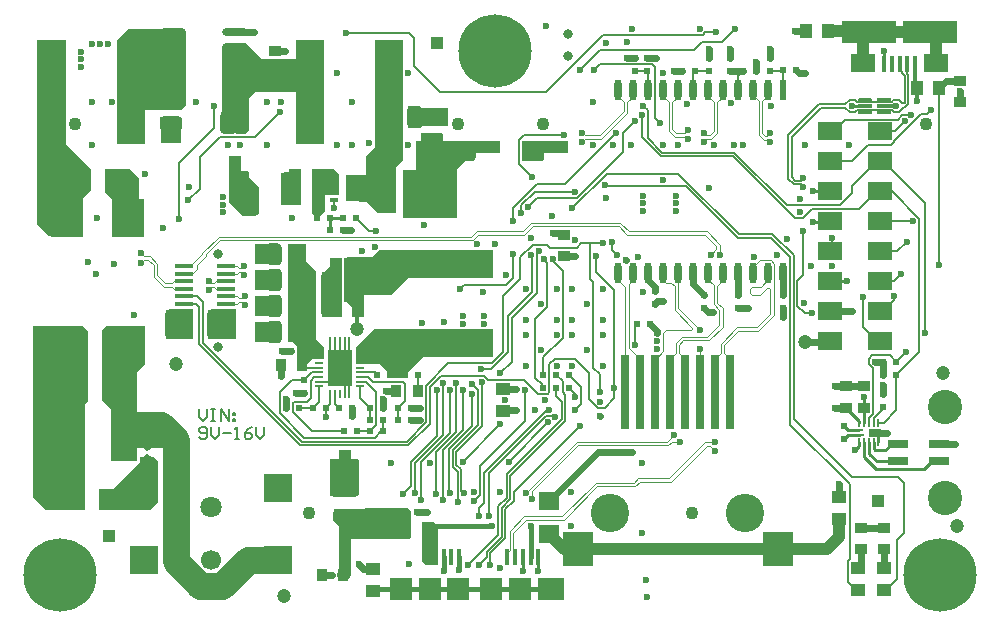
<source format=gtl>
G04 Layer_Physical_Order=1*
G04 Layer_Color=255*
%FSLAX44Y44*%
%MOMM*%
G71*
G01*
G75*
%ADD10R,1.3000X1.0000*%
%ADD11R,1.0000X0.9000*%
%ADD12R,0.6000X0.6000*%
%ADD13R,1.0000X1.3000*%
%ADD14R,2.1000X1.6000*%
%ADD15R,0.4000X1.3500*%
%ADD16R,4.6500X1.9000*%
%ADD17R,2.0000X1.5200*%
%ADD18R,2.4000X2.4000*%
%ADD19R,0.7600X6.3500*%
%ADD20R,2.5400X2.9400*%
%ADD21R,2.2000X3.2000*%
%ADD22R,1.6000X1.8000*%
%ADD23R,1.1500X1.4500*%
%ADD24R,4.6500X4.1500*%
%ADD25R,1.8000X1.6000*%
%ADD26R,1.6000X2.7000*%
%ADD27R,0.6000X0.6000*%
%ADD28R,2.7000X3.2000*%
%ADD29R,2.4000X8.9000*%
%ADD30R,2.2000X0.6000*%
%ADD31O,2.2000X0.6000*%
%ADD32R,1.8000X0.8000*%
%ADD33R,2.1000X3.1000*%
%ADD34R,0.2000X0.8000*%
%ADD35R,0.8000X0.2000*%
%ADD36O,0.8000X0.2000*%
%ADD37R,0.9000X1.0000*%
%ADD38R,1.0000X4.0000*%
%ADD39R,1.0000X1.0000*%
%ADD40R,1.1600X0.3000*%
G04:AMPARAMS|DCode=41|XSize=1.16mm|YSize=0.3mm|CornerRadius=0.075mm|HoleSize=0mm|Usage=FLASHONLY|Rotation=0.000|XOffset=0mm|YOffset=0mm|HoleType=Round|Shape=RoundedRectangle|*
%AMROUNDEDRECTD41*
21,1,1.1600,0.1500,0,0,0.0*
21,1,1.0100,0.3000,0,0,0.0*
1,1,0.1500,0.5050,-0.0750*
1,1,0.1500,-0.5050,-0.0750*
1,1,0.1500,-0.5050,0.0750*
1,1,0.1500,0.5050,0.0750*
%
%ADD41ROUNDEDRECTD41*%
%ADD42R,8.9000X2.4000*%
%ADD43R,1.6000X0.4000*%
%ADD44R,1.6000X0.4000*%
%ADD45R,0.6000X1.8000*%
%ADD46O,0.6000X1.8000*%
%ADD47R,4.0000X1.0000*%
%ADD48R,2.7000X1.6000*%
%ADD49R,1.7100X2.2900*%
%ADD50R,1.3000X0.3400*%
%ADD51R,0.8000X0.3400*%
%ADD52R,1.2700X1.1430*%
%ADD53R,2.3000X1.9000*%
%ADD54R,0.4000X1.4000*%
%ADD55R,1.9000X1.9000*%
%ADD56R,0.2500X0.6400*%
%ADD57R,0.6400X0.2500*%
%ADD58R,0.7400X0.2500*%
%ADD59R,1.1000X0.7000*%
%ADD60C,0.6000*%
%ADD61C,0.1500*%
%ADD62C,0.1250*%
%ADD63C,0.2000*%
%ADD64C,0.2500*%
%ADD65C,1.0000*%
%ADD66C,2.3000*%
%ADD67C,0.3000*%
%ADD68C,0.4000*%
%ADD69R,1.0000X1.0000*%
%ADD70C,1.2000*%
%ADD71C,0.8000*%
%ADD72C,6.2000*%
%ADD73C,1.1000*%
%ADD74C,2.9000*%
%ADD75C,1.7000*%
%ADD76C,1.8000*%
%ADD77C,3.2500*%
%ADD78C,0.6000*%
G36*
X140000Y252500D02*
Y227000D01*
X119000D01*
X116000Y230000D01*
X116000Y249500D01*
X119000Y252500D01*
X140000Y252500D01*
D02*
G37*
G36*
X215000Y239500D02*
Y226500D01*
X212000Y223500D01*
X204500D01*
X200000Y228000D01*
Y238000D01*
X204500Y242500D01*
X212000D01*
X215000Y239500D01*
D02*
G37*
G36*
X243500Y284500D02*
Y227000D01*
X250500Y220000D01*
Y210000D01*
X240500D01*
X235500Y205000D01*
X231000D01*
X227500Y208500D01*
Y221000D01*
X220000Y228500D01*
Y308000D01*
X243500Y284500D01*
D02*
G37*
G36*
X176000Y252500D02*
Y227000D01*
X155000D01*
X152000Y230000D01*
X152000Y249500D01*
X155000Y252500D01*
X176000Y252500D01*
D02*
G37*
G36*
X321500Y279000D02*
X307000Y264500D01*
X284500D01*
X284500Y252000D01*
X276498Y252000D01*
X267500Y261000D01*
X267500Y293500D01*
X270500Y296500D01*
X291500D01*
X297500Y302500D01*
X321500D01*
Y279000D01*
D02*
G37*
G36*
X265500Y252000D02*
X259000Y245500D01*
X251500D01*
X248500Y248500D01*
X248500Y281000D01*
X257498Y290000D01*
X265500Y290000D01*
X265500Y252000D01*
D02*
G37*
G36*
X215000Y261500D02*
Y248500D01*
X212000Y245500D01*
X204500D01*
X200000Y250000D01*
Y260000D01*
X204500Y264500D01*
X212000D01*
X215000Y261500D01*
D02*
G37*
G36*
X51000Y234000D02*
Y175000D01*
X48000Y172000D01*
Y82000D01*
X15000D01*
X4000Y93000D01*
Y238000D01*
X47000D01*
X51000Y234000D01*
D02*
G37*
G36*
X324500Y81000D02*
Y59500D01*
X323000Y58000D01*
X272500D01*
Y68500D01*
X263000D01*
X258500Y73000D01*
Y80500D01*
X261500Y83500D01*
X285000D01*
X285500Y84000D01*
X321500D01*
X324500Y81000D01*
D02*
G37*
G36*
X347500Y68500D02*
Y35500D01*
X337000Y35500D01*
X333500Y39000D01*
X333500Y72500D01*
X343500D01*
X347500Y68500D01*
D02*
G37*
G36*
X104857Y127000D02*
X107000D01*
X110000Y124000D01*
Y89000D01*
X103000Y82000D01*
X60000D01*
Y100000D01*
X72000D01*
X95000Y123000D01*
Y127000D01*
X97143D01*
X101000Y130000D01*
X104857Y127000D01*
D02*
G37*
G36*
X334500Y222000D02*
Y211500D01*
X317000Y194000D01*
X309500D01*
X297500Y206000D01*
X277500D01*
Y220000D01*
X293000Y235500D01*
X321000D01*
X334500Y222000D01*
D02*
G37*
G36*
X99000Y238000D02*
Y206000D01*
X92000Y199000D01*
Y149000D01*
X95000Y146000D01*
X118000D01*
Y135000D01*
X104857D01*
X101000Y132000D01*
X97143Y135000D01*
X92000D01*
Y124000D01*
X70000D01*
Y168000D01*
X63000Y175000D01*
X63000Y235000D01*
X66000Y238000D01*
X99000Y238000D01*
D02*
G37*
G36*
X277500Y126000D02*
X280500Y123000D01*
X280500Y96500D01*
X277499Y93499D01*
X258500Y93501D01*
X255500Y96499D01*
X255500Y123000D01*
X258500Y126000D01*
X277500Y126000D01*
D02*
G37*
G36*
X437000Y388000D02*
Y380500D01*
X434000Y377500D01*
X421000D01*
X418000Y380500D01*
Y388000D01*
X422500Y392500D01*
X432500D01*
X437000Y388000D01*
D02*
G37*
G36*
X351500Y399000D02*
Y395000D01*
X371000D01*
Y392500D01*
X374500D01*
X379000Y388000D01*
Y380500D01*
X376000Y377500D01*
X370000D01*
X359000Y366500D01*
X328500D01*
Y395000D01*
X332500D01*
Y399000D01*
X335500Y402000D01*
X348500D01*
X351500Y399000D01*
D02*
G37*
G36*
X94000Y363000D02*
X94000Y345000D01*
X72000Y345000D01*
X65000Y352000D01*
Y371000D01*
X86000Y371000D01*
X94000Y363000D01*
D02*
G37*
G36*
X130500Y413000D02*
Y405500D01*
X126000Y401000D01*
X116000D01*
X111500Y405500D01*
Y413000D01*
X114500Y416000D01*
X127500D01*
X130500Y413000D01*
D02*
G37*
G36*
X134000Y487000D02*
Y425000D01*
X130000Y421000D01*
X75500D01*
Y480500D01*
X85000Y490000D01*
X131000D01*
X134000Y487000D01*
D02*
G37*
G36*
X336000Y420000D02*
Y410000D01*
X331500Y405500D01*
X324000D01*
X321000Y408500D01*
Y421500D01*
X324000Y424500D01*
X331500D01*
X336000Y420000D01*
D02*
G37*
G36*
X198500Y464000D02*
X230000D01*
Y436500D01*
X192500D01*
X187000Y431000D01*
Y417000D01*
X187000Y417000D01*
Y404000D01*
X184000Y401000D01*
X176500D01*
X175000Y402500D01*
X173500Y401000D01*
X166000D01*
X163000Y404000D01*
Y417000D01*
X164500Y418500D01*
X164000Y419000D01*
Y474500D01*
X167000Y477500D01*
X185000D01*
X198500Y464000D01*
D02*
G37*
G36*
X32000Y392000D02*
X53000Y371000D01*
Y353000D01*
X46000Y346000D01*
Y314000D01*
X18000D01*
X8000Y324000D01*
X8000Y480000D01*
X32000D01*
X32000Y392000D01*
D02*
G37*
G36*
X215000Y305500D02*
Y292500D01*
X212000Y289500D01*
X204500D01*
X200000Y294000D01*
Y304000D01*
X204500Y308500D01*
X212000D01*
X215000Y305500D01*
D02*
G37*
G36*
Y283500D02*
Y270500D01*
X212000Y267500D01*
X204500D01*
X200000Y272000D01*
Y282000D01*
X204500Y286500D01*
X212000D01*
X215000Y283500D01*
D02*
G37*
G36*
X187500Y366500D02*
Y364500D01*
X196000Y356000D01*
Y334500D01*
X193000Y331500D01*
X181500D01*
X170000Y343000D01*
Y369500D01*
X184500D01*
X187500Y366500D01*
D02*
G37*
G36*
X231500Y340500D02*
X217500Y340500D01*
X214000Y344000D01*
X214000Y365500D01*
X217000Y368500D01*
X231500Y368500D01*
X231500Y340500D01*
D02*
G37*
G36*
X317500Y378500D02*
X312000Y373000D01*
X312000Y333500D01*
X296500D01*
X286000Y344000D01*
X286000Y382000D01*
X293500Y389500D01*
Y394500D01*
X317500D01*
X317500Y378500D01*
D02*
G37*
G36*
X263000Y366500D02*
X263000Y349500D01*
X251500Y349500D01*
X251500Y335500D01*
X247500Y331500D01*
X243000D01*
X240500Y334000D01*
Y371500D01*
X258000D01*
X263000Y366500D01*
D02*
G37*
D10*
X402500Y185000D02*
D03*
Y166000D02*
D03*
X703000Y14500D02*
D03*
Y33500D02*
D03*
X725000Y14500D02*
D03*
Y33500D02*
D03*
X687000Y74500D02*
D03*
Y93500D02*
D03*
X292000Y13500D02*
D03*
Y32500D02*
D03*
D11*
X705000Y67000D02*
D03*
Y49000D02*
D03*
X725000Y67000D02*
D03*
Y49000D02*
D03*
X693000Y187000D02*
D03*
Y169000D02*
D03*
X789000Y446000D02*
D03*
Y428000D02*
D03*
X209000Y471000D02*
D03*
Y453000D02*
D03*
X708000Y187000D02*
D03*
Y169000D02*
D03*
X453999Y315499D02*
D03*
Y297499D02*
D03*
D12*
X691000Y153500D02*
D03*
Y142500D02*
D03*
X724000Y180500D02*
D03*
Y169500D02*
D03*
X514000Y465500D02*
D03*
Y454500D02*
D03*
X572000Y253500D02*
D03*
Y264500D02*
D03*
X530500Y257000D02*
D03*
Y268000D02*
D03*
X639500Y253500D02*
D03*
Y264500D02*
D03*
X601500Y253500D02*
D03*
Y264500D02*
D03*
X594500Y465500D02*
D03*
Y454500D02*
D03*
X628000Y465500D02*
D03*
Y454500D02*
D03*
X524500Y465500D02*
D03*
Y454500D02*
D03*
X576500D02*
D03*
Y465500D02*
D03*
X234000Y181500D02*
D03*
Y192500D02*
D03*
D13*
X279500Y290000D02*
D03*
X260500D02*
D03*
X279500Y271000D02*
D03*
X260500D02*
D03*
X279500Y252000D02*
D03*
X260500D02*
D03*
X752500Y440000D02*
D03*
X771500D02*
D03*
X245500Y347000D02*
D03*
X226500D02*
D03*
X245500Y365000D02*
D03*
X226500D02*
D03*
X658500Y488000D02*
D03*
X677500D02*
D03*
X338500Y66000D02*
D03*
X319500D02*
D03*
D14*
X707000Y461250D02*
D03*
X769000Y461250D02*
D03*
D15*
X751000Y460000D02*
D03*
X731500D02*
D03*
X725000D02*
D03*
X738000D02*
D03*
X744500D02*
D03*
D16*
X763750Y486750D02*
D03*
X712250D02*
D03*
D17*
X678700Y225100D02*
D03*
Y250500D02*
D03*
Y275900D02*
D03*
Y301300D02*
D03*
Y326700D02*
D03*
Y352100D02*
D03*
Y377500D02*
D03*
Y402900D02*
D03*
X721300D02*
D03*
Y377500D02*
D03*
Y352100D02*
D03*
Y326700D02*
D03*
Y301300D02*
D03*
Y275900D02*
D03*
Y250500D02*
D03*
Y225100D02*
D03*
D18*
X98000Y40000D02*
D03*
X212000Y101000D02*
D03*
Y40000D02*
D03*
X98000Y101000D02*
D03*
D19*
X581750Y182250D02*
D03*
X594450D02*
D03*
X543650D02*
D03*
X556350D02*
D03*
X530950D02*
D03*
X569050D02*
D03*
X518250D02*
D03*
X505550D02*
D03*
D20*
X465350Y49500D02*
D03*
X634650D02*
D03*
D21*
X81000Y140000D02*
D03*
X17000D02*
D03*
D22*
X40000Y91000D02*
D03*
X68000D02*
D03*
X73000Y362000D02*
D03*
X45000D02*
D03*
X200000Y255000D02*
D03*
X228000D02*
D03*
X200000Y233000D02*
D03*
X228000D02*
D03*
X200000Y299000D02*
D03*
X228000D02*
D03*
X200000Y277000D02*
D03*
X228000D02*
D03*
D23*
X302500Y359199D02*
D03*
Y340801D02*
D03*
D24*
X340000Y350000D02*
D03*
D25*
X121000Y401000D02*
D03*
Y429000D02*
D03*
X441000Y62000D02*
D03*
Y90000D02*
D03*
D26*
X71000Y189000D02*
D03*
X43000D02*
D03*
D27*
X319500Y197000D02*
D03*
X330500D02*
D03*
X724000Y208000D02*
D03*
X735000D02*
D03*
X724000Y197000D02*
D03*
X735000D02*
D03*
X274500Y169000D02*
D03*
X263500D02*
D03*
X218500D02*
D03*
X229500D02*
D03*
X289500Y159000D02*
D03*
X300500D02*
D03*
X289500Y149000D02*
D03*
X300500D02*
D03*
X278500D02*
D03*
X267500D02*
D03*
X241500Y169000D02*
D03*
X252500D02*
D03*
X222500Y217000D02*
D03*
X233500D02*
D03*
X295500Y197000D02*
D03*
X306500D02*
D03*
X554000Y454500D02*
D03*
X565000D02*
D03*
X605500D02*
D03*
X616500D02*
D03*
X650000Y455000D02*
D03*
X639000D02*
D03*
X318500Y81000D02*
D03*
X329500D02*
D03*
X266500Y319500D02*
D03*
X255500D02*
D03*
X277500Y330000D02*
D03*
X266500D02*
D03*
X255500D02*
D03*
X244500D02*
D03*
X300500Y169000D02*
D03*
X289500D02*
D03*
X313500Y159000D02*
D03*
X324500D02*
D03*
Y169000D02*
D03*
X313500D02*
D03*
X458000Y186000D02*
D03*
X447000D02*
D03*
X458000Y197000D02*
D03*
X447000D02*
D03*
X436000Y186000D02*
D03*
X447000D02*
D03*
X436000Y197000D02*
D03*
X447000D02*
D03*
X516000Y239500D02*
D03*
X527000D02*
D03*
D28*
X85000Y222000D02*
D03*
X33000D02*
D03*
Y330000D02*
D03*
X85000D02*
D03*
D29*
X87500Y436000D02*
D03*
X20500D02*
D03*
X238500D02*
D03*
X305500D02*
D03*
D30*
X175000Y448950D02*
D03*
D31*
Y461650D02*
D03*
Y474350D02*
D03*
Y487050D02*
D03*
X123000Y448950D02*
D03*
Y461650D02*
D03*
Y474350D02*
D03*
Y487050D02*
D03*
D32*
X771000Y138500D02*
D03*
X737000D02*
D03*
X771000Y123500D02*
D03*
X737000D02*
D03*
D33*
X264000Y203000D02*
D03*
D34*
X268000Y225500D02*
D03*
X272000Y180500D02*
D03*
X268000D02*
D03*
X264000D02*
D03*
X260000D02*
D03*
X256000D02*
D03*
Y225500D02*
D03*
X260000D02*
D03*
X264000D02*
D03*
X272000D02*
D03*
D35*
X246500Y187000D02*
D03*
Y191000D02*
D03*
Y195000D02*
D03*
Y199000D02*
D03*
Y203000D02*
D03*
Y207000D02*
D03*
Y211000D02*
D03*
Y215000D02*
D03*
Y219000D02*
D03*
X281500D02*
D03*
Y215000D02*
D03*
Y211000D02*
D03*
Y207000D02*
D03*
Y203000D02*
D03*
Y199000D02*
D03*
Y195000D02*
D03*
Y191000D02*
D03*
D36*
Y187000D02*
D03*
D37*
X312000Y183000D02*
D03*
X330000D02*
D03*
X232000Y205000D02*
D03*
X214000D02*
D03*
X267000Y27000D02*
D03*
X249000D02*
D03*
D38*
X175000Y363000D02*
D03*
Y421000D02*
D03*
X268000Y114000D02*
D03*
Y56000D02*
D03*
D39*
X346000Y478000D02*
D03*
D40*
X708500Y419500D02*
D03*
X724500D02*
D03*
Y424500D02*
D03*
Y429500D02*
D03*
X708500Y424500D02*
D03*
D41*
Y429500D02*
D03*
D42*
X350000Y223500D02*
D03*
Y290500D02*
D03*
D43*
X168000Y231425D02*
D03*
X132000D02*
D03*
Y237775D02*
D03*
X168000D02*
D03*
X132000Y244125D02*
D03*
X168000D02*
D03*
X132000Y250475D02*
D03*
X168000D02*
D03*
X132000Y256825D02*
D03*
X168000D02*
D03*
D44*
X132000Y263175D02*
D03*
X168000D02*
D03*
X132000Y269525D02*
D03*
X168000D02*
D03*
X132000Y275875D02*
D03*
X168000D02*
D03*
X132000Y282225D02*
D03*
X168000D02*
D03*
X132000Y288575D02*
D03*
X168000D02*
D03*
D45*
X639350Y438150D02*
D03*
D46*
X626650D02*
D03*
X613950D02*
D03*
X601250D02*
D03*
X588550D02*
D03*
X575850D02*
D03*
X563150D02*
D03*
X550450D02*
D03*
X537750D02*
D03*
X525050D02*
D03*
X512350D02*
D03*
X499650D02*
D03*
Y282850D02*
D03*
X512350D02*
D03*
X525050D02*
D03*
X537750D02*
D03*
X550450D02*
D03*
X563150D02*
D03*
X575850D02*
D03*
X588550D02*
D03*
X601250D02*
D03*
X613950D02*
D03*
X626650D02*
D03*
X639350D02*
D03*
D47*
X380000Y390000D02*
D03*
X438000D02*
D03*
D48*
X342000Y387000D02*
D03*
Y415000D02*
D03*
D49*
X277950Y355000D02*
D03*
D50*
X286500Y364750D02*
D03*
Y358250D02*
D03*
Y351750D02*
D03*
Y345250D02*
D03*
D51*
X259000D02*
D03*
Y351750D02*
D03*
Y358250D02*
D03*
Y364750D02*
D03*
D52*
X101000Y140652D02*
D03*
Y121348D02*
D03*
D53*
X443000Y15500D02*
D03*
D54*
X339000Y42500D02*
D03*
X345500D02*
D03*
X352000D02*
D03*
X358500D02*
D03*
X365000D02*
D03*
X406000D02*
D03*
X412500D02*
D03*
X419000D02*
D03*
X425500D02*
D03*
X432000D02*
D03*
D55*
X417000Y15500D02*
D03*
X392000D02*
D03*
X364000D02*
D03*
X340000D02*
D03*
X316000D02*
D03*
D56*
X712000Y156400D02*
D03*
X716000D02*
D03*
X708000D02*
D03*
X704000D02*
D03*
Y139600D02*
D03*
X708000D02*
D03*
X712000D02*
D03*
X716000D02*
D03*
X720000D02*
D03*
Y156400D02*
D03*
D57*
X703700Y150000D02*
D03*
D58*
X704200Y146000D02*
D03*
D59*
X717000Y148000D02*
D03*
D60*
X530500Y257000D02*
X533000Y259500D01*
X527000Y239500D02*
X532500Y234000D01*
Y232500D02*
Y234000D01*
X403499Y166999D02*
X413000D01*
X402500Y166000D02*
X403499Y166999D01*
X402500Y185000D02*
X413000D01*
X444499Y316999D02*
X453499D01*
X678700Y250500D02*
X697500D01*
X705000Y67000D02*
X725000D01*
X576500Y465500D02*
Y472500D01*
X658000Y225000D02*
X678600D01*
X693000Y187000D02*
X708000D01*
X717000Y148000D02*
X727000D01*
X601250Y264750D02*
Y282850D01*
Y264750D02*
X601500Y264500D01*
X725000Y33500D02*
Y49000D01*
X703000Y33500D02*
X705000Y35500D01*
Y49000D01*
X687000Y93500D02*
Y104000D01*
X575500Y250000D02*
X580000D01*
X572000Y253500D02*
X575500Y250000D01*
X324500Y159000D02*
X324500Y159000D01*
X303000Y183000D02*
X312000D01*
X771000Y138500D02*
X785000D01*
X175000Y487050D02*
X190950D01*
X215500Y217000D02*
X222500D01*
X222500Y217000D01*
X530500Y268000D02*
Y271500D01*
X525050Y276950D02*
X530500Y271500D01*
X525050Y276950D02*
Y282850D01*
X639500Y246001D02*
Y253500D01*
X639500Y253500D01*
X601500D02*
X609500D01*
X533000Y259500D02*
X537500D01*
X563000Y273500D02*
Y282700D01*
X209000Y471000D02*
X218000D01*
X628000Y465500D02*
Y472500D01*
X616500Y454500D02*
Y461500D01*
X771500Y440000D02*
X777500Y446000D01*
X789000D01*
X789000Y428000D02*
Y437000D01*
X649500Y488000D02*
X658500D01*
X507000Y465500D02*
X514000D01*
X547000Y454500D02*
X554000D01*
X594500Y465500D02*
Y472500D01*
Y454500D02*
X605500D01*
X524500Y465500D02*
X531500D01*
X652501Y452499D02*
X658000D01*
X650000Y455000D02*
X652501Y452499D01*
X724000Y197000D02*
Y208000D01*
X506499Y293999D02*
X506500Y293998D01*
X300500Y169000D02*
Y176000D01*
X274500Y162000D02*
Y169000D01*
X214000Y196000D02*
Y205000D01*
X227000Y181500D02*
X234000D01*
X563000Y273500D02*
X572000Y264500D01*
X639350Y264650D02*
Y282850D01*
Y264650D02*
X639500Y264500D01*
X324500Y159000D02*
X331999D01*
X683000Y187000D02*
X693000D01*
X683000Y169000D02*
X693000D01*
X723999Y180501D02*
Y188000D01*
X724000Y208000D02*
X724000Y208000D01*
X716999Y208000D02*
X724000D01*
X441000Y90000D02*
X482500Y131500D01*
X511000D01*
X484500Y162000D02*
X484500Y162000D01*
X324500Y169000D02*
X331500D01*
X218500D02*
Y176000D01*
X249000Y27000D02*
X257500D01*
X284001Y32500D02*
X292000D01*
X280000Y36501D02*
X284001Y32500D01*
X329500Y81000D02*
X337500D01*
X266500Y319500D02*
X273500D01*
X453999Y297499D02*
X454000Y297500D01*
X463000D01*
D61*
X513999Y237499D02*
X516000Y239500D01*
X513999Y222000D02*
Y237499D01*
X419925Y192500D02*
X431675Y180750D01*
X389423Y192500D02*
X419925D01*
X386174Y195750D02*
X389423Y192500D01*
X427681Y307106D02*
X439394D01*
X417000Y296425D02*
X427681Y307106D01*
X417000Y278000D02*
Y296425D01*
X464424Y304500D02*
X468424Y308500D01*
X442000Y304500D02*
X464424D01*
X439394Y307106D02*
X442000Y304500D01*
X431250Y300357D02*
X432749Y301856D01*
X431250Y266250D02*
Y300357D01*
X452750Y228325D02*
Y284748D01*
X444499Y292999D02*
X452750Y284748D01*
X444499Y292999D02*
Y294999D01*
X439750Y254325D02*
Y291750D01*
X436500Y295000D02*
X439750Y291750D01*
X410000Y245000D02*
X431250Y266250D01*
X402500Y216318D02*
Y263500D01*
X406500Y216075D02*
Y246500D01*
X410000Y208000D02*
Y245000D01*
X391925Y201500D02*
X406500Y216075D01*
X392932Y206750D02*
X402500Y216318D01*
X382750Y119250D02*
X421000Y157500D01*
Y184000D01*
X431675Y180750D02*
X439932D01*
X648249Y159751D02*
Y297994D01*
Y159751D02*
X697750Y110250D01*
X630243Y316000D02*
X648249Y297994D01*
X645249Y154751D02*
Y296751D01*
Y154751D02*
X696000Y104000D01*
X629000Y313000D02*
X645249Y296751D01*
X602000Y316000D02*
X630243D01*
X600757Y313000D02*
X629000D01*
X550751Y367249D02*
X602000Y316000D01*
X490249Y367249D02*
X550751D01*
X643500Y399500D02*
X670000Y426000D01*
X646500Y398257D02*
X671243Y423000D01*
X646500Y364000D02*
Y398257D01*
X643500Y362757D02*
Y399500D01*
X646500Y364000D02*
X649500Y361000D01*
X643500Y362757D02*
X648257Y358000D01*
X654250Y361000D02*
X656500Y363250D01*
X654250Y358000D02*
X656500Y355750D01*
X642493Y340249D02*
X687749D01*
X656173Y329249D02*
X663924Y337000D01*
X649251Y329249D02*
X656173D01*
X663924Y337000D02*
X703500D01*
X596621Y381879D02*
X649251Y329249D01*
X597864Y384879D02*
X642493Y340249D01*
X327000Y458000D02*
X348500Y436500D01*
X725000Y14500D02*
X726500D01*
X736000Y24000D01*
Y57000D01*
X742000Y63000D01*
Y105000D01*
X736750Y110250D02*
X742000Y105000D01*
X697750Y110250D02*
X736750D01*
X696000Y41182D02*
Y104000D01*
X694250Y39432D02*
X696000Y41182D01*
X716000Y160075D02*
X724000Y168075D01*
X716000Y156400D02*
Y160075D01*
X711749Y210174D02*
X714824Y213250D01*
X711749Y205825D02*
Y210174D01*
Y205825D02*
X715250Y202323D01*
Y163568D02*
Y202323D01*
X712000Y160318D02*
X715250Y163568D01*
X712000Y156400D02*
Y160318D01*
X735000Y167000D02*
Y197000D01*
X557008Y356749D02*
X600757Y313000D01*
X461000Y338000D02*
X490249Y367249D01*
X489751Y356749D02*
X557008D01*
X488750Y357750D02*
X489751Y356749D01*
X465174Y346749D02*
X504000Y385576D01*
Y401750D01*
X687749Y340249D02*
X698000Y350500D01*
X649500Y361000D02*
X654250D01*
X415750Y375250D02*
X427000Y364000D01*
X415750Y375250D02*
Y395932D01*
X419816Y399998D01*
X454000D01*
X453999Y399999D02*
X454000Y399998D01*
X701500Y14500D02*
X703000D01*
X694250Y21750D02*
X701500Y14500D01*
X694250Y21750D02*
Y39432D01*
X671243Y423000D02*
X692075D01*
X670000Y426000D02*
X692075D01*
X524750Y397324D02*
Y420750D01*
Y397324D02*
X537196Y384879D01*
X597864D01*
X535953Y381879D02*
X596621D01*
X519500Y398332D02*
X535953Y381879D01*
X519500Y398332D02*
Y417000D01*
X351499Y133227D02*
X367999Y149727D01*
X351499Y91000D02*
Y133227D01*
X345500Y131470D02*
X362499Y148470D01*
X345500Y96000D02*
Y131470D01*
X332750Y122963D02*
X357000Y147213D01*
X332750Y90750D02*
Y122963D01*
X327500Y121956D02*
X351750Y146206D01*
X327500Y96500D02*
Y121956D01*
X324500Y123198D02*
X345999Y144698D01*
X324500Y103000D02*
Y123198D01*
X356749Y97251D02*
Y134235D01*
X359749Y118751D02*
Y132992D01*
X345999Y144698D02*
Y184000D01*
X357000Y147213D02*
Y184000D01*
X362499Y148470D02*
Y190000D01*
X367999Y149727D02*
Y184000D01*
X356749Y134235D02*
X375999Y153484D01*
X381249Y154492D02*
Y183751D01*
X359749Y132992D02*
X381249Y154492D01*
X362749Y131749D02*
X384249Y153249D01*
X362749Y120825D02*
Y131749D01*
X348500Y436500D02*
X439000D01*
X323000Y486000D02*
X327000Y482000D01*
Y458000D02*
Y482000D01*
X504000Y401750D02*
X514000Y411750D01*
X157500Y406000D02*
Y424500D01*
X128000Y376500D02*
X157500Y406000D01*
X192000Y398000D02*
X213500Y419500D01*
X162500Y398000D02*
X192000D01*
X145500Y381000D02*
X162500Y398000D01*
X145500Y354500D02*
Y381000D01*
X135500Y344500D02*
X145500Y354500D01*
X269000Y486000D02*
X323000D01*
X521000Y424500D02*
X524750Y420750D01*
X439000Y436500D02*
X487251Y484750D01*
X508823D01*
X508824Y484749D01*
X513174D01*
X513175Y484750D01*
X571175D01*
X573424Y487000D01*
X582500D01*
X531000Y414500D02*
Y457182D01*
Y414500D02*
X535500Y410000D01*
X366000Y269500D02*
X369500Y273000D01*
X718600Y352100D02*
X721300D01*
X703500Y337000D02*
X718600Y352100D01*
X698000Y350500D02*
Y357000D01*
X718500Y377500D02*
X721300D01*
X698000Y357000D02*
X718500Y377500D01*
X128000Y329000D02*
Y376500D01*
X479500Y455000D02*
X484250Y459750D01*
X528432D01*
X531000Y457182D01*
X718900Y225100D02*
X721300D01*
X707000Y237000D02*
X718900Y225100D01*
X707000Y237000D02*
Y263000D01*
X733500Y260000D02*
Y264000D01*
X724000Y250500D02*
X733500Y260000D01*
X721300Y250500D02*
X724000D01*
X732875Y275900D02*
X738988Y282012D01*
X721300Y275900D02*
X732875D01*
X735800Y301300D02*
X743950Y309450D01*
X721300Y301300D02*
X735800D01*
X721300Y326700D02*
X749200D01*
X721300Y352100D02*
X731225D01*
X678700Y377500D02*
X697500D01*
X711500Y391500D01*
X730682D01*
X733550Y394368D01*
Y395201D01*
X733825Y402900D02*
X742500Y411575D01*
X721300Y402900D02*
X733825D01*
X733550Y395201D02*
X756099Y417750D01*
X736250Y412750D02*
X740325Y416825D01*
X691750Y412750D02*
X736250D01*
X742250Y427250D02*
Y449611D01*
X741674Y426674D02*
X742250Y427250D01*
X740248Y426674D02*
X741674D01*
X737173Y429749D02*
X740248Y426674D01*
X732749Y429749D02*
X737173D01*
X756099Y417750D02*
X761250D01*
X764500Y421000D01*
X747750Y416825D02*
X747925Y417000D01*
X678700Y402900D02*
X681900D01*
X691750Y412750D01*
X740325Y416825D02*
X747750D01*
X742916Y423674D02*
X745250Y426007D01*
X741674Y423674D02*
X742916D01*
X737249Y419249D02*
X741674Y423674D01*
X732824Y419249D02*
X737249D01*
X731324Y420749D02*
X732824Y419249D01*
X731250Y428250D02*
X732749Y429749D01*
X701674Y428250D02*
X731250D01*
X701750Y420750D02*
X731324D01*
X738000Y455000D02*
Y460000D01*
Y455000D02*
X739750Y453250D01*
Y452111D02*
X742250Y449611D01*
X739750Y452111D02*
Y453250D01*
X695825Y429750D02*
X700174D01*
X701674Y428250D01*
X692075Y426000D02*
X695825Y429750D01*
X744500Y451604D02*
Y460000D01*
Y451604D02*
X745250Y450854D01*
Y426007D02*
Y450854D01*
X700250Y419250D02*
X701750Y420750D01*
X695825Y419250D02*
X700250D01*
X692075Y423000D02*
X695825Y419250D01*
X648257Y358000D02*
X654250D01*
X240318Y149000D02*
X267500D01*
X224250Y165068D02*
X240318Y149000D01*
X224250Y165068D02*
Y172932D01*
X225568Y174250D01*
X235932D01*
X239250Y177568D01*
Y191932D01*
X242318Y195000D01*
X246500D01*
X332500Y90500D02*
X332750Y90750D01*
X721300Y377500D02*
X724000D01*
X771500Y289500D02*
Y440000D01*
X367999Y123000D02*
X400000Y155000D01*
X366750Y98750D02*
X369000Y96500D01*
X356749Y97251D02*
X357500Y96500D01*
X366750Y98750D02*
Y116824D01*
X362749Y120825D02*
X366750Y116824D01*
X381500Y77500D02*
Y84000D01*
X363750Y89750D02*
X364000Y89500D01*
X377750Y89750D02*
Y90326D01*
X382750Y95326D01*
Y119250D01*
X381500Y84000D02*
X385750Y88250D01*
X359749Y118751D02*
X363750Y114750D01*
Y89750D02*
Y114750D01*
X317500Y96000D02*
X324500Y103000D01*
X425999Y297999D02*
X426750Y297249D01*
Y266750D02*
Y297249D01*
X454500Y358000D02*
X498000Y401500D01*
X714824Y213250D02*
X729750D01*
X735000Y208000D01*
X724000Y377500D02*
X759500Y342000D01*
Y232500D02*
Y342000D01*
X724000Y168075D02*
Y169500D01*
X720000Y156400D02*
X724400D01*
X735000Y167000D01*
Y208000D02*
X743000Y216000D01*
X735000Y197000D02*
X754250Y216250D01*
Y234675D02*
X754450Y234875D01*
Y328875D01*
X731225Y352100D02*
X754450Y328875D01*
X754250Y216250D02*
Y234675D01*
X381576Y35500D02*
X388576Y42500D01*
Y46909D01*
X391576Y35500D02*
Y45666D01*
X404250Y83250D02*
X411250Y90250D01*
X391576Y45666D02*
X404250Y58340D01*
Y83250D01*
X401250Y84493D02*
X408250Y91493D01*
X388576Y46909D02*
X401250Y59583D01*
Y84493D01*
X398250Y85735D02*
X405250Y92735D01*
X372576Y35500D02*
X398250Y61174D01*
Y85735D01*
X375999Y153484D02*
Y181000D01*
X351750Y146206D02*
Y190250D01*
X340249Y155582D02*
Y186174D01*
X336750Y161674D02*
Y187500D01*
Y161674D02*
X337249Y161174D01*
Y156825D02*
Y161174D01*
X320674Y140250D02*
X337249Y156825D01*
X321917Y137250D02*
X340249Y155582D01*
X231954Y140250D02*
X320674D01*
X230711Y137250D02*
X321917D01*
X148000Y224204D02*
X231954Y140250D01*
X145000Y222961D02*
X230711Y137250D01*
X132000Y256825D02*
X142175D01*
X145000Y254000D01*
Y222961D02*
Y254000D01*
X148000Y224204D02*
Y258500D01*
X143325Y263175D02*
X148000Y258500D01*
X132000Y263175D02*
X143325D01*
X494500Y302500D02*
X499000Y298000D01*
X494500Y302500D02*
Y309500D01*
X484000Y182000D02*
Y197243D01*
X400000Y198000D02*
X410000Y208000D01*
X406500Y246500D02*
X426750Y266750D01*
X384249Y153249D02*
Y190250D01*
X383999Y190500D02*
X384249Y190250D01*
X430833Y358000D02*
X454500D01*
X429075Y351999D02*
X462999D01*
X423499Y338999D02*
X431249Y346749D01*
X465174D01*
X417500Y333500D02*
Y340425D01*
X429075Y351999D01*
X411000Y327500D02*
Y338167D01*
X430833Y358000D01*
X369500Y273000D02*
X405000D01*
X411000Y279000D01*
Y299000D01*
X340249Y186174D02*
X349825Y195750D01*
X383500Y201500D02*
X391925D01*
X376000Y189000D02*
X381249Y183751D01*
X349825Y195750D02*
X386174D01*
X482325Y168750D02*
X488250D01*
X496500Y177000D01*
Y186000D01*
X441250Y205675D02*
X446075Y210500D01*
X436000Y197000D02*
Y211575D01*
X452750Y228325D01*
X436000Y186000D02*
Y187818D01*
X429250Y194568D02*
X436000Y187818D01*
X429250Y194568D02*
Y243825D01*
X439750Y254325D01*
X439932Y180750D02*
X441250Y182068D01*
Y205675D01*
X390500Y77000D02*
Y113925D01*
X385750Y88250D02*
Y113417D01*
X407000Y123000D02*
X440500Y156500D01*
X458000Y186000D02*
X462999Y181001D01*
X463000Y167000D02*
X468249Y172249D01*
X467499Y153499D02*
Y153500D01*
X411250Y90250D02*
Y97250D01*
X462500Y148500D02*
X467499Y153499D01*
X462500Y148500D02*
Y148500D01*
X411250Y97250D02*
X462500Y148500D01*
X405250Y92735D02*
Y112825D01*
X408250Y91493D02*
Y111583D01*
X454750Y158083D01*
X458000Y197000D02*
X468249Y186751D01*
Y172249D02*
Y186751D01*
X462999Y177749D02*
Y181001D01*
X439333Y167000D02*
X441000D01*
X390500Y113925D02*
X438325Y161750D01*
X446250D01*
X385750Y113417D02*
X439333Y167000D01*
X446250Y161750D02*
X446500Y161500D01*
X405250Y112825D02*
X451750Y159325D01*
X454750Y158083D02*
Y180068D01*
X452750Y182068D02*
X454750Y180068D01*
X452750Y182068D02*
Y191250D01*
X447000Y197000D02*
X452750Y191250D01*
X447000Y179000D02*
Y186000D01*
Y179000D02*
X451750Y174250D01*
Y159325D02*
Y174250D01*
X475000Y176075D02*
X482325Y168750D01*
X446075Y210500D02*
X463000D01*
X475000Y198500D01*
Y176075D02*
Y198500D01*
X481000Y284000D02*
X496500Y268500D01*
X481000Y284000D02*
Y297500D01*
X496500Y186000D02*
Y268500D01*
X478750Y202493D02*
X484000Y197243D01*
X475750Y278250D02*
X478750Y275250D01*
Y202493D02*
Y275250D01*
X402500Y263500D02*
X417000Y278000D01*
X336750Y187500D02*
X356000Y206750D01*
X392932D01*
X468424Y308500D02*
X475750D01*
X486500D01*
X475750Y278250D02*
Y308500D01*
D62*
X381252Y315500D02*
X420243D01*
X376627Y310875D02*
X381252Y315500D01*
X380009Y318500D02*
X419000D01*
X375384Y313875D02*
X380009Y318500D01*
X161375Y313875D02*
X375384D01*
X162618Y310875D02*
X376627D01*
X427243Y322500D02*
X500257D01*
X426000Y325500D02*
X501500D01*
X545462Y140321D02*
X552179D01*
X542263Y137121D02*
X545462Y140321D01*
X541020Y140121D02*
X546699Y145801D01*
X427159Y91699D02*
Y98417D01*
X485367Y396624D02*
X507500Y418757D01*
X484124Y399624D02*
X504500Y420000D01*
X159375Y275875D02*
X168000D01*
X157700Y274200D02*
X159375Y275875D01*
X155375Y274200D02*
X157700D01*
X153000Y276575D02*
X155375Y274200D01*
X159375Y269525D02*
X168000D01*
X155375Y271200D02*
X157700D01*
X159375Y269525D01*
X153000Y268825D02*
X155375Y271200D01*
X181625Y261500D02*
X184000Y263875D01*
X176625Y263175D02*
X178300Y261500D01*
X181625D01*
X168000Y263175D02*
X176625D01*
X178300Y258500D02*
X181625D01*
X184000Y256125D01*
X176625Y256825D02*
X178300Y258500D01*
X168000Y256825D02*
X176625D01*
X180625Y286900D02*
X183000Y289275D01*
X178300Y286900D02*
X180625D01*
X168000Y288575D02*
X176625D01*
X178300Y286900D01*
X178300Y283900D02*
X180625D01*
X176625Y282225D02*
X178300Y283900D01*
X168000Y282225D02*
X176625D01*
X180625Y283900D02*
X183000Y281525D01*
X116300Y274200D02*
X121700D01*
X123375Y269525D02*
X132000D01*
X121700Y271200D02*
X123375Y269525D01*
Y275875D02*
X132000D01*
X121700Y274200D02*
X123375Y275875D01*
X115057Y271200D02*
X121700D01*
X106500Y279757D02*
X115057Y271200D01*
X109500Y281000D02*
X116300Y274200D01*
X109500Y281000D02*
Y290943D01*
X103243Y297200D02*
X109500Y290943D01*
X98375Y297200D02*
X103243D01*
X106500Y279757D02*
Y289700D01*
X102000Y294200D02*
X106500Y289700D01*
X96000Y291825D02*
X98375Y294200D01*
X96000Y299575D02*
X98375Y297200D01*
X98375Y294200D02*
X102000D01*
X542600Y403657D02*
Y428000D01*
X545600Y404900D02*
Y427500D01*
X507500Y418757D02*
Y427500D01*
X504500Y420000D02*
Y428000D01*
X512350Y432350D02*
Y438150D01*
X507500Y427500D02*
X512350Y432350D01*
X499650Y432850D02*
X504500Y428000D01*
X499650Y432850D02*
Y438150D01*
X471875Y396624D02*
X485367D01*
X471875Y399624D02*
X484124D01*
X469500Y401999D02*
X471875Y399624D01*
X469500Y394249D02*
X471875Y396624D01*
X618650Y400107D02*
Y428850D01*
X613800Y433700D02*
Y439000D01*
X626500Y433200D02*
Y439000D01*
X621650Y401350D02*
Y428350D01*
X613800Y433700D02*
X618650Y428850D01*
X621650Y428350D02*
X626500Y433200D01*
X618650Y400107D02*
X622757Y396000D01*
X626125D01*
X621650Y401350D02*
X624000Y399000D01*
X626125D01*
X628500Y401375D01*
X626125Y396000D02*
X628500Y393625D01*
X583700Y401957D02*
Y427500D01*
X580700Y403200D02*
Y428000D01*
X588550Y432350D02*
Y438150D01*
X583700Y427500D02*
X588550Y432350D01*
X575850Y432850D02*
Y438150D01*
Y432850D02*
X580700Y428000D01*
X578367Y396624D02*
X583700Y401957D01*
X577124Y399624D02*
X580700Y403200D01*
X574375Y396624D02*
X578367D01*
X574375Y399624D02*
X577124D01*
X572000Y401999D02*
X574375Y399624D01*
X572000Y394249D02*
X574375Y396624D01*
X537750Y432850D02*
Y438150D01*
Y432850D02*
X542600Y428000D01*
X550450Y432350D02*
Y438150D01*
X545600Y427500D02*
X550450Y432350D01*
X542600Y403657D02*
X547757Y398500D01*
X556125D01*
X545600Y404900D02*
X549000Y401500D01*
X556125D01*
X558500Y403875D01*
X556125Y398500D02*
X558500Y396125D01*
X464621Y140121D02*
X541020D01*
X465864Y137121D02*
X542263D01*
X537750Y277550D02*
X540500Y274800D01*
X537750Y277550D02*
Y282850D01*
X540500Y274800D02*
X544700D01*
X547450Y272050D01*
X499650Y277550D02*
Y282850D01*
X512350Y277050D02*
Y282850D01*
X499650Y277550D02*
X505874Y271326D01*
X508874Y219877D02*
Y273574D01*
X512350Y277050D01*
X508874Y219877D02*
X518250Y210501D01*
Y182250D02*
Y210501D01*
X505550Y182250D02*
X505874Y182574D01*
Y271326D01*
X551500Y222500D02*
X555000Y226000D01*
X548500Y223743D02*
X553757Y229000D01*
X575257D02*
X585125Y238868D01*
X576500Y226000D02*
X588125Y237625D01*
X585125Y238868D02*
Y252123D01*
X588125Y237625D02*
Y253365D01*
X583700Y257791D02*
X588125Y253365D01*
X580700Y256548D02*
X585125Y252123D01*
X583700Y257791D02*
Y272200D01*
X588550Y277050D01*
Y282850D01*
X580700Y256548D02*
Y272700D01*
X575850Y277550D02*
Y282850D01*
Y277550D02*
X580700Y272700D01*
X555000Y226000D02*
X576500D01*
X553757Y229000D02*
X575257D01*
X569050Y182250D02*
Y218950D01*
X550450Y253550D02*
X569050Y234950D01*
X550450Y253550D02*
Y282850D01*
X547450Y251550D02*
Y272050D01*
X589600Y222100D02*
X601500Y234000D01*
X586600Y223343D02*
X600257Y237000D01*
X601500Y234000D02*
X618243D01*
X617000Y237000D02*
X628600Y248600D01*
Y269400D01*
X618243Y234000D02*
X631600Y247357D01*
X611000Y266500D02*
X613000Y264500D01*
X611000Y266500D02*
Y269500D01*
X613000Y271500D01*
Y264500D02*
X620000D01*
X626000Y270500D01*
X627500D02*
X628600Y269400D01*
X613000Y271500D02*
X620500D01*
X626650Y277650D01*
X626000Y270500D02*
X627500D01*
X626650Y277650D02*
Y282850D01*
X631600Y274552D02*
X631775Y274727D01*
Y290973D01*
X613950Y282850D02*
Y288450D01*
X619475Y293975D01*
X628773D02*
X631775Y290973D01*
X619475Y293975D02*
X628773D01*
X631600Y247357D02*
Y274552D01*
X600257Y237000D02*
X617000D01*
X427159Y98417D02*
X465864Y137121D01*
X421679Y97179D02*
X464621Y140121D01*
X412500Y42500D02*
Y47000D01*
X410750Y48750D02*
Y63250D01*
Y48750D02*
X412500Y47000D01*
X410750Y63250D02*
X421500Y74000D01*
X453500D01*
X482000Y102500D01*
X514252D01*
X518127Y106375D01*
X544375D01*
X574875Y136875D01*
X577250D01*
X582000Y132125D01*
X406000Y42500D02*
Y47000D01*
X407750Y48750D01*
Y64493D01*
X420257Y77000D01*
X452257D01*
X480757Y105500D01*
X513010D01*
X516885Y109375D01*
X543132D01*
X573632Y139875D01*
X582000D01*
X137450Y288693D02*
X147500Y298743D01*
X137450Y288575D02*
Y288693D01*
X132000Y288575D02*
X137450D01*
X574500Y318500D02*
X585875Y307125D01*
Y298500D02*
Y307125D01*
X578125Y298500D02*
X582875Y303250D01*
X578125Y298252D02*
Y298500D01*
X582875Y303250D02*
Y305882D01*
X573257Y315500D02*
X582875Y305882D01*
X530950Y182250D02*
Y209702D01*
X547450Y251550D02*
X562500Y236500D01*
X561500Y234500D02*
X562500Y235500D01*
Y236500D01*
X530950Y209702D02*
X538000Y216752D01*
Y232000D01*
X540500Y234500D01*
X561500D01*
X543650Y182250D02*
Y210150D01*
X548500Y215000D01*
Y223743D01*
X551500Y215000D02*
Y222500D01*
Y215000D02*
X556350Y210150D01*
Y182250D02*
Y210150D01*
X589600Y215400D02*
Y222100D01*
Y215400D02*
X594450Y210550D01*
Y182250D02*
Y210550D01*
X581750Y182250D02*
Y210750D01*
X586600Y215600D01*
Y223343D01*
X132000Y282225D02*
X138725D01*
X143000Y286500D01*
Y290000D01*
X419000Y318500D02*
X426000Y325500D01*
X420243Y315500D02*
X427243Y322500D01*
X501500Y325500D02*
X508500Y318500D01*
X574500D01*
X500257Y322500D02*
X507257Y315500D01*
X573257D01*
X143000Y290000D02*
X150500Y297500D01*
Y298757D01*
X162618Y310875D01*
X147500Y298743D02*
Y300000D01*
X161375Y313875D01*
D63*
X655999Y280999D02*
Y318999D01*
X651499Y276499D02*
X655999Y280999D01*
X651499Y255501D02*
Y276499D01*
X658000Y249000D02*
X663999D01*
X651499Y255501D02*
X658000Y249000D01*
X680999Y303599D02*
Y312999D01*
X678700Y301300D02*
X680999Y303599D01*
X588000Y479000D02*
X599000Y490000D01*
X571000Y479000D02*
X588000D01*
X564000Y472000D02*
X571000Y479000D01*
X484000Y472000D02*
X564000D01*
X467000Y455000D02*
X484000Y472000D01*
X292465Y190500D02*
X317535D01*
X286000Y191000D02*
X295000Y182000D01*
Y154500D02*
Y182000D01*
X281500Y177000D02*
X289500Y169000D01*
X259000Y337999D02*
Y345249D01*
X259000Y345250D01*
X234000Y192500D02*
X240500Y199000D01*
X246500D01*
X675200Y301300D02*
X678700D01*
X514000Y454500D02*
X524500D01*
X525050Y453950D01*
Y438150D02*
Y453950D01*
X565500Y454500D02*
X576500D01*
X563150Y452150D02*
X565500Y454500D01*
X563150Y438150D02*
Y452150D01*
X601250Y450250D02*
X604500Y453500D01*
X601250Y438150D02*
Y450250D01*
X639000Y438500D02*
X639350Y438150D01*
X639000Y438500D02*
Y455000D01*
X638500Y454500D02*
X639000Y455000D01*
X628000Y454500D02*
X638500D01*
X277500Y330000D02*
X288500Y319000D01*
X295000D01*
X229500Y169000D02*
X241500D01*
X246500Y174000D01*
Y187000D01*
X281500Y191000D02*
X286000D01*
X289500Y149000D02*
X295000Y154500D01*
X278500Y149000D02*
X289500D01*
X300500D02*
Y159000D01*
X289500D02*
Y169000D01*
X281500Y177000D02*
Y187000D01*
Y195000D02*
X287964D01*
X292465Y190500D01*
X317535D02*
X319000Y189035D01*
Y174500D02*
Y189035D01*
X313500Y169000D02*
X319000Y174500D01*
X313500Y159000D02*
Y169000D01*
X260000Y172500D02*
X263500Y169000D01*
X260000Y172500D02*
Y180500D01*
X234000Y203000D02*
X246500D01*
X252500Y161500D02*
Y169000D01*
X256000Y172500D01*
Y180500D01*
X293500Y199000D02*
X295500Y197000D01*
X281500Y199000D02*
X293500D01*
X272000Y216500D02*
Y225500D01*
X269500Y214000D02*
X272000Y216500D01*
X257500Y191000D02*
X258500Y192000D01*
X256000Y216500D02*
X258500Y214000D01*
X260000Y215500D01*
X264000Y203000D02*
Y225500D01*
X268000Y190500D02*
X269500Y192000D01*
X272000Y189500D01*
X268000Y215500D02*
Y225500D01*
Y215500D02*
X269500Y214000D01*
X260000Y215500D02*
Y225500D01*
X256000Y216500D02*
Y225500D01*
X246500Y191000D02*
X257500D01*
X268000Y180500D02*
Y190500D01*
X272000Y180500D02*
Y189500D01*
X523499Y23500D02*
X524500D01*
X330000Y183000D02*
X330500Y183500D01*
Y197000D01*
X299035Y149000D02*
X300500D01*
X293535Y143500D02*
X299035Y149000D01*
X223500Y192500D02*
X234000D01*
X213000Y182000D02*
X223500Y192500D01*
X213000Y164500D02*
Y182000D01*
Y164500D02*
X234000Y143500D01*
X293535D01*
X145005Y167895D02*
Y161230D01*
X148337Y157898D01*
X151669Y161230D01*
Y167895D01*
X155002D02*
X158334D01*
X156668D01*
Y157898D01*
X155002D01*
X158334D01*
X163332D02*
Y167895D01*
X169997Y157898D01*
Y167895D01*
X173329Y164563D02*
X174995D01*
Y162896D01*
X173329D01*
Y164563D01*
Y159564D02*
X174995D01*
Y157898D01*
X173329D01*
Y159564D01*
X145009Y144168D02*
X146675Y142502D01*
X150007D01*
X151673Y144168D01*
Y150832D01*
X150007Y152498D01*
X146675D01*
X145009Y150832D01*
Y149166D01*
X146675Y147500D01*
X151673D01*
X155006Y152498D02*
Y145834D01*
X158338Y142502D01*
X161670Y145834D01*
Y152498D01*
X165002Y147500D02*
X171667D01*
X174999Y142502D02*
X178331D01*
X176665D01*
Y152498D01*
X174999Y150832D01*
X189994Y152498D02*
X186662Y150832D01*
X183330Y147500D01*
Y144168D01*
X184996Y142502D01*
X188328D01*
X189994Y144168D01*
Y145834D01*
X188328Y147500D01*
X183330D01*
X193327Y152498D02*
Y145834D01*
X196659Y142502D01*
X199991Y145834D01*
Y152498D01*
D64*
X724998Y460001D02*
Y470999D01*
X694500Y150000D02*
X703700D01*
X691000Y153500D02*
X694500Y150000D01*
X718250Y116750D02*
X758750D01*
X708000Y127000D02*
X718250Y116750D01*
X708000Y127000D02*
Y139600D01*
X664499Y326499D02*
X678499D01*
X718500Y123500D02*
X737000D01*
X712000Y130000D02*
X718500Y123500D01*
X712000Y130000D02*
Y139600D01*
X664400Y352100D02*
X678700D01*
X255500Y319500D02*
Y330000D01*
X255500Y330000D02*
X255500Y330000D01*
X255500Y330000D02*
X266500D01*
X698000Y424500D02*
X709000D01*
X71000Y427499D02*
Y428000D01*
X724998Y460001D02*
X725000Y460000D01*
X678499Y326499D02*
X678700Y326700D01*
Y275900D02*
X693400D01*
X723999Y180501D02*
X724000Y180500D01*
X708000Y156400D02*
Y169000D01*
Y178000D01*
X704000Y156400D02*
Y158000D01*
X693000Y169000D02*
X704000Y158000D01*
X694500Y146000D02*
X704200D01*
X691000Y142500D02*
X694500Y146000D01*
X720000Y139600D02*
Y145000D01*
X717000Y148000D02*
X720000Y145000D01*
X704000Y137000D02*
Y139600D01*
X700000Y133000D02*
X704000Y137000D01*
X716000Y134000D02*
Y139600D01*
Y134000D02*
X717000Y133000D01*
X726000D01*
X731500Y138500D01*
X737000D01*
X758750Y116750D02*
X765500Y123500D01*
X771000D01*
X459999Y68001D02*
Y69000D01*
X418999Y42499D02*
X419000Y42500D01*
X418999Y31000D02*
Y42499D01*
X431999Y42499D02*
X432000Y42500D01*
X431999Y31000D02*
Y42499D01*
D65*
X687000Y59850D02*
Y74500D01*
X676650Y49500D02*
X687000Y59850D01*
X711000Y488000D02*
X712250Y486750D01*
X677500Y488000D02*
X711000D01*
X707000Y461250D02*
Y481500D01*
X712250Y486750D01*
X763750D01*
X769000Y481500D01*
Y461250D02*
Y481500D01*
X441000Y62000D02*
X453500Y49500D01*
X465350D01*
X634650D01*
X676650D01*
X267000Y27000D02*
X268000Y28000D01*
Y56000D01*
D66*
X113000Y154000D02*
X125000Y142000D01*
Y38887D02*
Y142000D01*
Y38887D02*
X145887Y18000D01*
X186113Y40000D02*
X212000D01*
X164113Y18000D02*
X186113Y40000D01*
X145887Y18000D02*
X164113D01*
X84000Y154000D02*
X113000D01*
D67*
X260000Y290500D02*
X260500Y290000D01*
X279000Y251500D02*
X279500Y252000D01*
X279000Y236000D02*
Y251500D01*
X725000Y424500D02*
X735000D01*
X751000Y441500D02*
Y460000D01*
Y441500D02*
X752500Y440000D01*
Y429000D02*
Y440000D01*
D68*
X291500Y12000D02*
X295000Y15500D01*
X322000D01*
X346000D01*
X370000D01*
X398000D01*
X423000D01*
X449000D01*
X425500Y42500D02*
Y68500D01*
X338500Y66000D02*
X341500Y69000D01*
X393000D01*
X352000Y31000D02*
Y42500D01*
X364999Y42499D02*
X365000Y42500D01*
X364999Y31500D02*
Y42499D01*
D69*
X68998Y60000D02*
D03*
X720003Y90000D02*
D03*
D70*
X658000Y225000D02*
D03*
X125000Y206000D02*
D03*
X775000Y198000D02*
D03*
X217000Y10000D02*
D03*
X787000Y69000D02*
D03*
X279000Y236000D02*
D03*
D71*
X457000Y485000D02*
D03*
Y467000D02*
D03*
X161000Y299250D02*
D03*
Y220750D02*
D03*
D72*
X27500Y27000D02*
D03*
X772500D02*
D03*
X395500Y471000D02*
D03*
D73*
X436000Y409500D02*
D03*
X760000D02*
D03*
X40000D02*
D03*
X364000D02*
D03*
X238000Y79500D02*
D03*
X562000D02*
D03*
D74*
X776000Y92150D02*
D03*
Y169850D02*
D03*
D75*
X155000Y40000D02*
D03*
D76*
Y85000D02*
D03*
D77*
X492850Y80000D02*
D03*
X607150D02*
D03*
D78*
X333500Y241000D02*
D03*
X352499Y241500D02*
D03*
X413000Y185000D02*
D03*
X516499Y296999D02*
D03*
X521000Y267000D02*
D03*
X404499Y280999D02*
D03*
X380500Y307500D02*
D03*
X425499Y312999D02*
D03*
X444499Y316999D02*
D03*
X443999Y330999D02*
D03*
X432749Y301856D02*
D03*
X444499Y294999D02*
D03*
X436500Y295000D02*
D03*
X368000Y246500D02*
D03*
X368000Y240000D02*
D03*
X386000D02*
D03*
X403999Y175500D02*
D03*
X413000Y166999D02*
D03*
X421000Y184000D02*
D03*
X322500Y36501D02*
D03*
X697500Y250500D02*
D03*
X663999Y249000D02*
D03*
X663110Y289050D02*
D03*
X655999Y318999D02*
D03*
X680999Y312999D02*
D03*
X642999Y311999D02*
D03*
X714500Y67000D02*
D03*
X724998Y470999D02*
D03*
X599000Y490000D02*
D03*
X656500Y363250D02*
D03*
Y355750D02*
D03*
X653999Y345499D02*
D03*
Y334499D02*
D03*
X576500Y472500D02*
D03*
X467000Y455000D02*
D03*
X427500Y380500D02*
D03*
X322000Y452499D02*
D03*
X656999Y257999D02*
D03*
X727000Y148000D02*
D03*
X664499Y326499D02*
D03*
X461000Y338000D02*
D03*
X427000Y364000D02*
D03*
X453999Y399999D02*
D03*
X549000Y348500D02*
D03*
Y342000D02*
D03*
X537999Y361999D02*
D03*
X488750Y357750D02*
D03*
X489407Y346749D02*
D03*
X462999Y351999D02*
D03*
X434000Y380500D02*
D03*
X687000Y104000D02*
D03*
X580000Y250000D02*
D03*
X680890Y289050D02*
D03*
X473500Y256500D02*
D03*
X460500Y243500D02*
D03*
Y269500D02*
D03*
X486500D02*
D03*
Y243500D02*
D03*
X473500Y217500D02*
D03*
X460500Y230500D02*
D03*
Y204500D02*
D03*
X486500D02*
D03*
Y230500D02*
D03*
X421500Y243500D02*
D03*
Y269500D02*
D03*
X447500D02*
D03*
Y243500D02*
D03*
X434500Y256500D02*
D03*
X421500Y230500D02*
D03*
X447500D02*
D03*
X434500Y217500D02*
D03*
X400000Y155000D02*
D03*
X386000Y246500D02*
D03*
X407000Y123000D02*
D03*
X303000Y183000D02*
D03*
X495500Y391499D02*
D03*
X498000Y401500D02*
D03*
X510500Y391499D02*
D03*
X514000Y411750D02*
D03*
X153000Y276575D02*
D03*
Y268825D02*
D03*
X184000Y263875D02*
D03*
Y256125D02*
D03*
X183000Y289275D02*
D03*
Y281525D02*
D03*
X96000Y291825D02*
D03*
Y299575D02*
D03*
X785000Y138500D02*
D03*
X283000Y302000D02*
D03*
X58500Y329500D02*
D03*
X89500Y247500D02*
D03*
X190950Y487050D02*
D03*
X213500Y419500D02*
D03*
X135500Y344500D02*
D03*
X269000Y486000D02*
D03*
X215500Y217000D02*
D03*
X212000Y233000D02*
D03*
Y239500D02*
D03*
Y226500D02*
D03*
X519500Y417000D02*
D03*
X558000Y426500D02*
D03*
X582500Y487000D02*
D03*
X535500Y410000D02*
D03*
X469500Y401999D02*
D03*
Y394249D02*
D03*
X366000Y269500D02*
D03*
X521000Y424500D02*
D03*
X628500Y401375D02*
D03*
Y393625D02*
D03*
X572000Y401999D02*
D03*
Y394249D02*
D03*
X558500Y403875D02*
D03*
Y396125D02*
D03*
X274500Y427501D02*
D03*
X511000Y131500D02*
D03*
X166000Y417000D02*
D03*
X157500Y424500D02*
D03*
X335500Y399000D02*
D03*
X342000D02*
D03*
X369500Y380500D02*
D03*
X363000D02*
D03*
X259000Y337999D02*
D03*
X335499Y323999D02*
D03*
X128000Y329000D02*
D03*
X479500Y455000D02*
D03*
X499000Y298000D02*
D03*
X707000Y263000D02*
D03*
X733500Y264000D02*
D03*
X738988Y282012D02*
D03*
X743950Y309450D02*
D03*
X749200Y326700D02*
D03*
X734998Y424499D02*
D03*
X764500Y421000D02*
D03*
X747925Y417000D02*
D03*
X742500Y411575D02*
D03*
X340000Y122499D02*
D03*
X639500Y246001D02*
D03*
X609500Y253500D02*
D03*
X537500Y259500D02*
D03*
X520000Y122499D02*
D03*
X552179Y140321D02*
D03*
X546699Y145801D02*
D03*
X421679Y97179D02*
D03*
X427159Y91699D02*
D03*
X212000Y248500D02*
D03*
X664400Y352100D02*
D03*
X629500Y424650D02*
D03*
X114000Y321500D02*
D03*
X72500Y291000D02*
D03*
X58000Y282000D02*
D03*
X184000Y410500D02*
D03*
Y404000D02*
D03*
Y417000D02*
D03*
X166000Y410500D02*
D03*
Y404000D02*
D03*
X218000Y471000D02*
D03*
X628000Y472500D02*
D03*
X616500Y461500D02*
D03*
X789000Y437000D02*
D03*
X507279Y478721D02*
D03*
X439000Y492000D02*
D03*
X510999Y489999D02*
D03*
X649500Y488000D02*
D03*
X569000Y490000D02*
D03*
X489500Y478000D02*
D03*
X507000Y465500D02*
D03*
X547000Y454500D02*
D03*
X594500Y472500D02*
D03*
X531500Y465500D02*
D03*
X614499Y296499D02*
D03*
X506499Y293999D02*
D03*
X395000Y308000D02*
D03*
X385500Y267001D02*
D03*
X295000Y319000D02*
D03*
X698000Y424500D02*
D03*
X268000Y80500D02*
D03*
X274500D02*
D03*
X261500D02*
D03*
X251500Y261500D02*
D03*
Y248500D02*
D03*
Y255000D02*
D03*
Y281000D02*
D03*
Y268000D02*
D03*
Y274500D02*
D03*
X300500Y176000D02*
D03*
X240000Y255000D02*
D03*
Y248500D02*
D03*
Y261500D02*
D03*
Y277000D02*
D03*
Y270500D02*
D03*
Y283500D02*
D03*
X212000Y255000D02*
D03*
Y261500D02*
D03*
Y277000D02*
D03*
Y270500D02*
D03*
Y283500D02*
D03*
Y299000D02*
D03*
Y292500D02*
D03*
Y305500D02*
D03*
X252500Y161500D02*
D03*
X270500Y267500D02*
D03*
Y274000D02*
D03*
Y261000D02*
D03*
Y287000D02*
D03*
Y293500D02*
D03*
Y280500D02*
D03*
X258500Y192000D02*
D03*
Y214000D02*
D03*
X264000Y203000D02*
D03*
X269500Y192000D02*
D03*
Y214000D02*
D03*
X274500Y162000D02*
D03*
X214000Y196000D02*
D03*
X227000Y181500D02*
D03*
X217000Y358000D02*
D03*
Y351000D02*
D03*
Y343500D02*
D03*
Y365500D02*
D03*
X119000Y243000D02*
D03*
Y236500D02*
D03*
Y230000D02*
D03*
Y249500D02*
D03*
X155000D02*
D03*
Y230000D02*
D03*
Y236500D02*
D03*
Y243000D02*
D03*
X85500Y365500D02*
D03*
Y359000D02*
D03*
Y352500D02*
D03*
X91000Y355500D02*
D03*
X54500Y391499D02*
D03*
X99500Y366501D02*
D03*
X121000Y413000D02*
D03*
X127500D02*
D03*
X114500D02*
D03*
X45000Y457500D02*
D03*
Y470500D02*
D03*
Y464000D02*
D03*
X67500Y477000D02*
D03*
X54500D02*
D03*
X61000D02*
D03*
X54500Y427501D02*
D03*
X71000Y427499D02*
D03*
X142000Y427501D02*
D03*
X202000D02*
D03*
X214500D02*
D03*
X262000Y452499D02*
D03*
X184500Y366501D02*
D03*
X169500Y391499D02*
D03*
X179500D02*
D03*
X202000Y391499D02*
D03*
X262000D02*
D03*
X274500Y391499D02*
D03*
X288999Y392999D02*
D03*
X322000Y391500D02*
D03*
X324000Y408500D02*
D03*
Y421500D02*
D03*
Y415000D02*
D03*
X478000Y427501D02*
D03*
X538000Y452499D02*
D03*
X595500Y427000D02*
D03*
X658000Y452499D02*
D03*
X752500Y429000D02*
D03*
X695500Y391499D02*
D03*
X658000D02*
D03*
X605500D02*
D03*
X598000D02*
D03*
X580500D02*
D03*
X550500D02*
D03*
X538000D02*
D03*
X478000D02*
D03*
X549000Y335500D02*
D03*
X521000Y348500D02*
D03*
Y335500D02*
D03*
Y342000D02*
D03*
X165000Y334500D02*
D03*
Y347500D02*
D03*
Y341000D02*
D03*
X193000Y334500D02*
D03*
Y347500D02*
D03*
Y341000D02*
D03*
X576999Y354999D02*
D03*
X136678Y355500D02*
D03*
X184500Y359000D02*
D03*
X693400Y275900D02*
D03*
X223500Y330000D02*
D03*
X307500Y122499D02*
D03*
X460000Y97501D02*
D03*
X280000Y36501D02*
D03*
X523499Y23500D02*
D03*
X524000Y8500D02*
D03*
X421000Y380500D02*
D03*
X376000D02*
D03*
X348500Y399000D02*
D03*
X327500Y96500D02*
D03*
X332500Y90500D02*
D03*
X428999Y167000D02*
D03*
X391576Y35500D02*
D03*
X771500Y289500D02*
D03*
X91000Y362500D02*
D03*
X50500Y292500D02*
D03*
X367999Y123000D02*
D03*
X369000Y96500D02*
D03*
X357500D02*
D03*
X351499Y91000D02*
D03*
X345500Y96000D02*
D03*
X381500Y77500D02*
D03*
X364000Y89500D02*
D03*
X377750Y89750D02*
D03*
X377500Y97501D02*
D03*
X390500Y77000D02*
D03*
X317500Y96000D02*
D03*
X310000Y66000D02*
D03*
X310500Y73500D02*
D03*
X400000Y97501D02*
D03*
X381576Y35500D02*
D03*
X372576D02*
D03*
X425999Y297999D02*
D03*
X331999Y159000D02*
D03*
X357000Y184000D02*
D03*
X345999Y184000D02*
D03*
X351750Y190250D02*
D03*
X362499Y190000D02*
D03*
X367999Y184000D02*
D03*
X683000Y187000D02*
D03*
Y169000D02*
D03*
X708000Y178000D02*
D03*
X723999Y188000D02*
D03*
X716999Y208000D02*
D03*
X700000Y133000D02*
D03*
X743000Y216000D02*
D03*
X759500Y232500D02*
D03*
X633999Y297999D02*
D03*
X425500Y68500D02*
D03*
X400000Y33000D02*
D03*
X393000Y69000D02*
D03*
X459999Y69000D02*
D03*
X418999Y31000D02*
D03*
X431999D02*
D03*
X520000Y63000D02*
D03*
X513999Y222000D02*
D03*
X532500Y232500D02*
D03*
Y225500D02*
D03*
Y218500D02*
D03*
X484500Y162000D02*
D03*
Y174000D02*
D03*
X484000Y182000D02*
D03*
X496500Y186000D02*
D03*
X375999Y181000D02*
D03*
X331500Y169000D02*
D03*
X218500Y176000D02*
D03*
X494500Y309500D02*
D03*
X481000Y297500D02*
D03*
X569050Y218950D02*
D03*
Y234950D02*
D03*
X258500Y96500D02*
D03*
X277499Y96500D02*
D03*
X277500Y123000D02*
D03*
X258500D02*
D03*
X257500Y27000D02*
D03*
X337500Y81000D02*
D03*
X352000Y31000D02*
D03*
X364999Y31500D02*
D03*
X421500Y204500D02*
D03*
X400000Y198000D02*
D03*
X383999Y190500D02*
D03*
X411000Y327500D02*
D03*
X417500Y333500D02*
D03*
X423499Y338999D02*
D03*
X411000Y299000D02*
D03*
X486500Y308500D02*
D03*
X383500Y201500D02*
D03*
X376000Y189000D02*
D03*
X447500Y204500D02*
D03*
X467499Y153500D02*
D03*
X440500Y156500D02*
D03*
X463000Y167000D02*
D03*
X462999Y177749D02*
D03*
X441000Y167000D02*
D03*
X438000Y175500D02*
D03*
X446500Y161500D02*
D03*
X582000Y132125D02*
D03*
Y139875D02*
D03*
X578125Y298252D02*
D03*
X293500Y305000D02*
D03*
X273500Y319500D02*
D03*
X585875Y298500D02*
D03*
X463000Y297500D02*
D03*
X463499Y310999D02*
D03*
M02*

</source>
